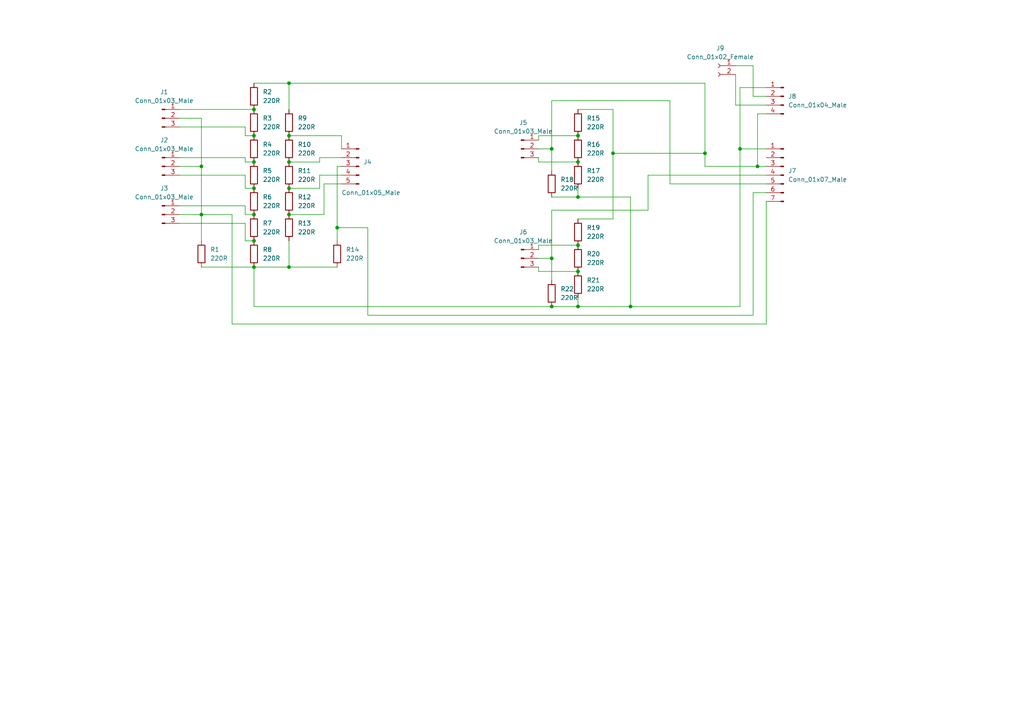
<source format=kicad_sch>
(kicad_sch (version 20211123) (generator eeschema)
  (paper "A4")
  (lib_symbols
    (symbol "Connector:Conn_01x02_Female" (pin_names (offset 1.016) hide)
      (property "Reference" "J" (at 0 2.54 0))
      (property "Value" "Conn_01x02_Female" (at 0 -5.08 0))
      (symbol "Conn_01x02_Female_1_1"
        (arc (start 0 -2.032) (mid -0.508 -2.54) (end 0 -3.048) (stroke (width 0.1524)))
        (polyline (pts (xy -1.27 -2.54) (xy -0.508 -2.54)) (stroke (width 0.1524)))
        (polyline (pts (xy -1.27 0) (xy -0.508 0)) (stroke (width 0.1524)))
        (arc (start 0 0.508) (mid -0.508 0) (end 0 -0.508) (stroke (width 0.1524)))
        (pin passive line (at -5.08 0 0) (length 3.81) (name "Pin_1") (number "1"))
        (pin passive line (at -5.08 -2.54 0) (length 3.81) (name "Pin_2") (number "2"))
      )
    )
    (symbol "Connector:Conn_01x03_Male" (pin_names (offset 1.016) hide)
      (property "Reference" "J" (at 0 5.08 0))
      (property "Value" "Conn_01x03_Male" (at 0 -5.08 0))
      (symbol "Conn_01x03_Male_1_1"
        (polyline (pts (xy 1.27 -2.54) (xy 0.8636 -2.54)) (stroke (width 0.1524)))
        (polyline (pts (xy 1.27 0) (xy 0.8636 0)) (stroke (width 0.1524)))
        (polyline (pts (xy 1.27 2.54) (xy 0.8636 2.54)) (stroke (width 0.1524)))
        (rectangle (start 0.8636 -2.413) (end 0 -2.667) (stroke (width 0.1524)) (fill (type outline)))
        (rectangle (start 0.8636 0.127) (end 0 -0.127) (stroke (width 0.1524)) (fill (type outline)))
        (rectangle (start 0.8636 2.667) (end 0 2.413) (stroke (width 0.1524)) (fill (type outline)))
        (pin passive line (at 5.08 2.54 180) (length 3.81) (name "Pin_1") (number "1"))
        (pin passive line (at 5.08 0 180) (length 3.81) (name "Pin_2") (number "2"))
        (pin passive line (at 5.08 -2.54 180) (length 3.81) (name "Pin_3") (number "3"))
      )
    )
    (symbol "Connector:Conn_01x04_Male" (pin_names (offset 1.016) hide)
      (property "Reference" "J" (at 0 5.08 0))
      (property "Value" "Conn_01x04_Male" (at 0 -7.62 0))
      (symbol "Conn_01x04_Male_1_1"
        (polyline (pts (xy 1.27 -5.08) (xy 0.8636 -5.08)) (stroke (width 0.1524)))
        (polyline (pts (xy 1.27 -2.54) (xy 0.8636 -2.54)) (stroke (width 0.1524)))
        (polyline (pts (xy 1.27 0) (xy 0.8636 0)) (stroke (width 0.1524)))
        (polyline (pts (xy 1.27 2.54) (xy 0.8636 2.54)) (stroke (width 0.1524)))
        (rectangle (start 0.8636 -4.953) (end 0 -5.207) (stroke (width 0.1524)) (fill (type outline)))
        (rectangle (start 0.8636 -2.413) (end 0 -2.667) (stroke (width 0.1524)) (fill (type outline)))
        (rectangle (start 0.8636 0.127) (end 0 -0.127) (stroke (width 0.1524)) (fill (type outline)))
        (rectangle (start 0.8636 2.667) (end 0 2.413) (stroke (width 0.1524)) (fill (type outline)))
        (pin passive line (at 5.08 2.54 180) (length 3.81) (name "Pin_1") (number "1"))
        (pin passive line (at 5.08 0 180) (length 3.81) (name "Pin_2") (number "2"))
        (pin passive line (at 5.08 -2.54 180) (length 3.81) (name "Pin_3") (number "3"))
        (pin passive line (at 5.08 -5.08 180) (length 3.81) (name "Pin_4") (number "4"))
      )
    )
    (symbol "Connector:Conn_01x05_Male" (pin_names (offset 1.016) hide)
      (property "Reference" "J" (at 0 7.62 0))
      (property "Value" "Conn_01x05_Male" (at 0 -7.62 0))
      (symbol "Conn_01x05_Male_1_1"
        (polyline (pts (xy 1.27 -5.08) (xy 0.8636 -5.08)) (stroke (width 0.1524)))
        (polyline (pts (xy 1.27 -2.54) (xy 0.8636 -2.54)) (stroke (width 0.1524)))
        (polyline (pts (xy 1.27 0) (xy 0.8636 0)) (stroke (width 0.1524)))
        (polyline (pts (xy 1.27 2.54) (xy 0.8636 2.54)) (stroke (width 0.1524)))
        (polyline (pts (xy 1.27 5.08) (xy 0.8636 5.08)) (stroke (width 0.1524)))
        (rectangle (start 0.8636 -4.953) (end 0 -5.207) (stroke (width 0.1524)) (fill (type outline)))
        (rectangle (start 0.8636 -2.413) (end 0 -2.667) (stroke (width 0.1524)) (fill (type outline)))
        (rectangle (start 0.8636 0.127) (end 0 -0.127) (stroke (width 0.1524)) (fill (type outline)))
        (rectangle (start 0.8636 2.667) (end 0 2.413) (stroke (width 0.1524)) (fill (type outline)))
        (rectangle (start 0.8636 5.207) (end 0 4.953) (stroke (width 0.1524)) (fill (type outline)))
        (pin passive line (at 5.08 5.08 180) (length 3.81) (name "Pin_1") (number "1"))
        (pin passive line (at 5.08 2.54 180) (length 3.81) (name "Pin_2") (number "2"))
        (pin passive line (at 5.08 0 180) (length 3.81) (name "Pin_3") (number "3"))
        (pin passive line (at 5.08 -2.54 180) (length 3.81) (name "Pin_4") (number "4"))
        (pin passive line (at 5.08 -5.08 180) (length 3.81) (name "Pin_5") (number "5"))
      )
    )
    (symbol "Connector:Conn_01x07_Male" (pin_names (offset 1.016) hide)
      (property "Reference" "J" (at 0 10.16 0))
      (property "Value" "Conn_01x07_Male" (at 0 -10.16 0))
      (symbol "Conn_01x07_Male_1_1"
        (polyline (pts (xy 1.27 -7.62) (xy 0.8636 -7.62)) (stroke (width 0.1524)))
        (polyline (pts (xy 1.27 -5.08) (xy 0.8636 -5.08)) (stroke (width 0.1524)))
        (polyline (pts (xy 1.27 -2.54) (xy 0.8636 -2.54)) (stroke (width 0.1524)))
        (polyline (pts (xy 1.27 0) (xy 0.8636 0)) (stroke (width 0.1524)))
        (polyline (pts (xy 1.27 2.54) (xy 0.8636 2.54)) (stroke (width 0.1524)))
        (polyline (pts (xy 1.27 5.08) (xy 0.8636 5.08)) (stroke (width 0.1524)))
        (polyline (pts (xy 1.27 7.62) (xy 0.8636 7.62)) (stroke (width 0.1524)))
        (rectangle (start 0.8636 -7.493) (end 0 -7.747) (stroke (width 0.1524)) (fill (type outline)))
        (rectangle (start 0.8636 -4.953) (end 0 -5.207) (stroke (width 0.1524)) (fill (type outline)))
        (rectangle (start 0.8636 -2.413) (end 0 -2.667) (stroke (width 0.1524)) (fill (type outline)))
        (rectangle (start 0.8636 0.127) (end 0 -0.127) (stroke (width 0.1524)) (fill (type outline)))
        (rectangle (start 0.8636 2.667) (end 0 2.413) (stroke (width 0.1524)) (fill (type outline)))
        (rectangle (start 0.8636 5.207) (end 0 4.953) (stroke (width 0.1524)) (fill (type outline)))
        (rectangle (start 0.8636 7.747) (end 0 7.493) (stroke (width 0.1524)) (fill (type outline)))
        (pin passive line (at 5.08 7.62 180) (length 3.81) (name "Pin_1") (number "1"))
        (pin passive line (at 5.08 5.08 180) (length 3.81) (name "Pin_2") (number "2"))
        (pin passive line (at 5.08 2.54 180) (length 3.81) (name "Pin_3") (number "3"))
        (pin passive line (at 5.08 0 180) (length 3.81) (name "Pin_4") (number "4"))
        (pin passive line (at 5.08 -2.54 180) (length 3.81) (name "Pin_5") (number "5"))
        (pin passive line (at 5.08 -5.08 180) (length 3.81) (name "Pin_6") (number "6"))
        (pin passive line (at 5.08 -7.62 180) (length 3.81) (name "Pin_7") (number "7"))
      )
    )
    (symbol "Device:R" (pin_numbers hide) (pin_names (offset 0))
      (property "Reference" "R" (at 2.032 0 90))
      (property "Value" "R" (at 0 0 90))
      (symbol "R_0_1"
        (rectangle (start -1.016 -2.54) (end 1.016 2.54) (stroke (width 0.254)))
      )
      (symbol "R_1_1"
        (pin passive line (at 0 3.81 270) (length 1.27) (name "~") (number "1"))
        (pin passive line (at 0 -3.81 90) (length 1.27) (name "~") (number "2"))
      )
    )
  )
  (junction (at 73.66 54.61))
  (junction (at 160.02 43.18))
  (junction (at 73.66 77.47))
  (junction (at 204.47 44.45))
  (junction (at 167.64 57.15))
  (junction (at 83.82 54.61))
  (junction (at 160.02 74.93))
  (junction (at 167.64 71.12))
  (junction (at 160.02 88.9))
  (junction (at 83.82 39.37))
  (junction (at 182.88 88.9))
  (junction (at 73.66 69.85))
  (junction (at 73.66 39.37))
  (junction (at 73.66 46.99))
  (junction (at 167.64 46.99))
  (junction (at 83.82 62.23))
  (junction (at 58.42 62.23))
  (junction (at 58.42 48.26))
  (junction (at 167.64 39.37))
  (junction (at 73.66 31.75))
  (junction (at 219.71 48.26))
  (junction (at 177.8 44.45))
  (junction (at 167.64 88.9))
  (junction (at 97.79 66.04))
  (junction (at 83.82 77.47))
  (junction (at 83.82 46.99))
  (junction (at 167.64 78.74))
  (junction (at 214.63 43.18))
  (junction (at 83.82 24.13))
  (junction (at 73.66 62.23))
  (wire (pts (xy 73.66 88.9) (xy 160.02 88.9)))
  (wire (pts (xy 71.12 69.85) (xy 73.66 69.85)))
  (wire (pts (xy 71.12 36.83) (xy 71.12 39.37)))
  (wire (pts (xy 187.96 60.96) (xy 160.02 60.96)))
  (wire (pts (xy 52.07 48.26) (xy 58.42 48.26)))
  (wire (pts (xy 194.31 53.34) (xy 222.25 53.34)))
  (wire (pts (xy 106.68 66.04) (xy 106.68 91.44)))
  (wire (pts (xy 222.25 55.88) (xy 218.44 55.88)))
  (wire (pts (xy 156.21 71.12) (xy 156.21 72.39)))
  (wire (pts (xy 167.64 86.36) (xy 167.64 88.9)))
  (wire (pts (xy 83.82 39.37) (xy 99.06 39.37)))
  (wire (pts (xy 177.8 44.45) (xy 204.47 44.45)))
  (wire (pts (xy 106.68 91.44) (xy 218.44 91.44)))
  (wire (pts (xy 92.71 54.61) (xy 92.71 50.8)))
  (wire (pts (xy 218.44 55.88) (xy 218.44 91.44)))
  (wire (pts (xy 93.98 53.34) (xy 99.06 53.34)))
  (wire (pts (xy 83.82 77.47) (xy 97.79 77.47)))
  (wire (pts (xy 52.07 36.83) (xy 71.12 36.83)))
  (wire (pts (xy 71.12 64.77) (xy 71.12 69.85)))
  (wire (pts (xy 92.71 45.72) (xy 99.06 45.72)))
  (wire (pts (xy 52.07 34.29) (xy 58.42 34.29)))
  (wire (pts (xy 167.64 63.5) (xy 177.8 63.5)))
  (wire (pts (xy 213.36 30.48) (xy 222.25 30.48)))
  (wire (pts (xy 182.88 57.15) (xy 182.88 88.9)))
  (wire (pts (xy 58.42 34.29) (xy 58.42 48.26)))
  (wire (pts (xy 218.44 19.05) (xy 218.44 27.94)))
  (wire (pts (xy 160.02 60.96) (xy 160.02 74.93)))
  (wire (pts (xy 214.63 43.18) (xy 214.63 88.9)))
  (wire (pts (xy 160.02 74.93) (xy 160.02 81.28)))
  (wire (pts (xy 214.63 25.4) (xy 222.25 25.4)))
  (wire (pts (xy 93.98 62.23) (xy 93.98 53.34)))
  (wire (pts (xy 83.82 46.99) (xy 92.71 46.99)))
  (wire (pts (xy 204.47 44.45) (xy 204.47 48.26)))
  (wire (pts (xy 71.12 45.72) (xy 71.12 46.99)))
  (wire (pts (xy 156.21 46.99) (xy 156.21 45.72)))
  (wire (pts (xy 52.07 59.69) (xy 71.12 59.69)))
  (wire (pts (xy 71.12 50.8) (xy 71.12 54.61)))
  (wire (pts (xy 160.02 57.15) (xy 167.64 57.15)))
  (wire (pts (xy 204.47 48.26) (xy 219.71 48.26)))
  (wire (pts (xy 52.07 45.72) (xy 71.12 45.72)))
  (wire (pts (xy 71.12 39.37) (xy 73.66 39.37)))
  (wire (pts (xy 52.07 62.23) (xy 58.42 62.23)))
  (wire (pts (xy 83.82 24.13) (xy 204.47 24.13)))
  (wire (pts (xy 97.79 48.26) (xy 99.06 48.26)))
  (wire (pts (xy 73.66 24.13) (xy 83.82 24.13)))
  (wire (pts (xy 160.02 29.21) (xy 160.02 43.18)))
  (wire (pts (xy 156.21 39.37) (xy 156.21 40.64)))
  (wire (pts (xy 160.02 43.18) (xy 160.02 49.53)))
  (wire (pts (xy 97.79 66.04) (xy 106.68 66.04)))
  (wire (pts (xy 167.64 31.75) (xy 177.8 31.75)))
  (wire (pts (xy 194.31 53.34) (xy 194.31 29.21)))
  (wire (pts (xy 213.36 19.05) (xy 218.44 19.05)))
  (wire (pts (xy 156.21 74.93) (xy 160.02 74.93)))
  (wire (pts (xy 222.25 33.02) (xy 219.71 33.02)))
  (wire (pts (xy 58.42 77.47) (xy 73.66 77.47)))
  (wire (pts (xy 204.47 24.13) (xy 204.47 44.45)))
  (wire (pts (xy 167.64 71.12) (xy 156.21 71.12)))
  (wire (pts (xy 167.64 78.74) (xy 156.21 78.74)))
  (wire (pts (xy 167.64 54.61) (xy 167.64 57.15)))
  (wire (pts (xy 58.42 62.23) (xy 58.42 69.85)))
  (wire (pts (xy 218.44 27.94) (xy 222.25 27.94)))
  (wire (pts (xy 219.71 33.02) (xy 219.71 48.26)))
  (wire (pts (xy 156.21 78.74) (xy 156.21 77.47)))
  (wire (pts (xy 99.06 39.37) (xy 99.06 43.18)))
  (wire (pts (xy 71.12 59.69) (xy 71.12 62.23)))
  (wire (pts (xy 167.64 46.99) (xy 156.21 46.99)))
  (wire (pts (xy 160.02 88.9) (xy 167.64 88.9)))
  (wire (pts (xy 71.12 46.99) (xy 73.66 46.99)))
  (wire (pts (xy 83.82 69.85) (xy 83.82 77.47)))
  (wire (pts (xy 167.64 88.9) (xy 182.88 88.9)))
  (wire (pts (xy 187.96 50.8) (xy 222.25 50.8)))
  (wire (pts (xy 177.8 44.45) (xy 177.8 63.5)))
  (wire (pts (xy 73.66 77.47) (xy 83.82 77.47)))
  (wire (pts (xy 67.31 93.98) (xy 222.25 93.98)))
  (wire (pts (xy 97.79 69.85) (xy 97.79 66.04)))
  (wire (pts (xy 156.21 43.18) (xy 160.02 43.18)))
  (wire (pts (xy 219.71 48.26) (xy 222.25 48.26)))
  (wire (pts (xy 52.07 31.75) (xy 73.66 31.75)))
  (wire (pts (xy 92.71 50.8) (xy 99.06 50.8)))
  (wire (pts (xy 73.66 77.47) (xy 73.66 88.9)))
  (wire (pts (xy 58.42 48.26) (xy 58.42 62.23)))
  (wire (pts (xy 67.31 62.23) (xy 67.31 93.98)))
  (wire (pts (xy 71.12 54.61) (xy 73.66 54.61)))
  (wire (pts (xy 92.71 46.99) (xy 92.71 45.72)))
  (wire (pts (xy 97.79 66.04) (xy 97.79 48.26)))
  (wire (pts (xy 58.42 62.23) (xy 67.31 62.23)))
  (wire (pts (xy 187.96 50.8) (xy 187.96 60.96)))
  (wire (pts (xy 167.64 57.15) (xy 182.88 57.15)))
  (wire (pts (xy 222.25 58.42) (xy 222.25 93.98)))
  (wire (pts (xy 52.07 50.8) (xy 71.12 50.8)))
  (wire (pts (xy 83.82 62.23) (xy 93.98 62.23)))
  (wire (pts (xy 71.12 62.23) (xy 73.66 62.23)))
  (wire (pts (xy 177.8 31.75) (xy 177.8 44.45)))
  (wire (pts (xy 167.64 39.37) (xy 156.21 39.37)))
  (wire (pts (xy 214.63 43.18) (xy 214.63 25.4)))
  (wire (pts (xy 83.82 54.61) (xy 92.71 54.61)))
  (wire (pts (xy 194.31 29.21) (xy 160.02 29.21)))
  (wire (pts (xy 83.82 24.13) (xy 83.82 31.75)))
  (wire (pts (xy 214.63 88.9) (xy 182.88 88.9)))
  (wire (pts (xy 214.63 43.18) (xy 222.25 43.18)))
  (wire (pts (xy 52.07 64.77) (xy 71.12 64.77)))
  (wire (pts (xy 213.36 21.59) (xy 213.36 30.48)))
  (symbol (lib_id "Device:R") (at 73.66 27.94 0) (unit 1)
    (property "Reference" "R2" (at 76.2 26.6699 0) (effects (justify left)))
    (property "Value" "220R" (at 76.2 29.2099 0) (effects (justify left)))
    (property "Footprint" "Resistor_SMD:R_1206_3216Metric" (effects hide))
  )
  (symbol (lib_id "Device:R") (at 73.66 66.04 0) (unit 1)
    (property "Reference" "R7" (at 76.2 64.7699 0) (effects (justify left)))
    (property "Value" "220R" (at 76.2 67.3099 0) (effects (justify left)))
    (property "Footprint" "Resistor_SMD:R_1206_3216Metric" (effects hide))
  )
  (symbol (lib_id "Connector:Conn_01x07_Male") (at 227.33 50.8 0) (mirror y) (unit 1)
    (property "Reference" "J7" (at 228.6 49.5299 0) (effects (justify right)))
    (property "Value" "Conn_01x07_Male" (at 228.6 52.0699 0) (effects (justify right)))
    (property "Footprint" "Connector_PinHeader_2.54mm:PinHeader_1x07_P2.54mm_Vertical" (effects hide))
  )
  (symbol (lib_id "Connector:Conn_01x04_Male") (at 227.33 27.94 0) (mirror y) (unit 1)
    (property "Reference" "J8" (at 228.6 27.9399 0) (effects (justify right)))
    (property "Value" "Conn_01x04_Male" (at 228.6 30.4799 0) (effects (justify right)))
    (property "Footprint" "Connector_PinHeader_2.54mm:PinHeader_1x04_P2.54mm_Horizontal" (effects hide))
  )
  (symbol (lib_id "Device:R") (at 83.82 66.04 0) (unit 1)
    (property "Reference" "R13" (at 86.36 64.7699 0) (effects (justify left)))
    (property "Value" "220R" (at 86.36 67.3099 0) (effects (justify left)))
    (property "Footprint" "Resistor_SMD:R_1206_3216Metric" (effects hide))
  )
  (symbol (lib_id "Device:R") (at 73.66 35.56 0) (unit 1)
    (property "Reference" "R3" (at 76.2 34.2899 0) (effects (justify left)))
    (property "Value" "220R" (at 76.2 36.8299 0) (effects (justify left)))
    (property "Footprint" "Resistor_SMD:R_1206_3216Metric" (effects hide))
  )
  (symbol (lib_id "Connector:Conn_01x03_Male") (at 46.99 62.23 0) (unit 1)
    (property "Reference" "J3" (at 47.625 54.61 0))
    (property "Value" "Conn_01x03_Male" (at 47.625 57.15 0))
    (property "Footprint" "Connector_JST:JST_XH_B3B-XH-A_1x03_P2.50mm_Vertical" (effects hide))
  )
  (symbol (lib_id "Connector:Conn_01x03_Male") (at 46.99 48.26 0) (unit 1)
    (property "Reference" "J2" (at 47.625 40.64 0))
    (property "Value" "Conn_01x03_Male" (at 47.625 43.18 0))
    (property "Footprint" "Connector_JST:JST_XH_B3B-XH-A_1x03_P2.50mm_Vertical" (effects hide))
  )
  (symbol (lib_id "Connector:Conn_01x03_Male") (at 151.13 43.18 0) (unit 1)
    (property "Reference" "J5" (at 151.765 35.56 0))
    (property "Value" "Conn_01x03_Male" (at 151.765 38.1 0))
    (property "Footprint" "Connector_JST:JST_XH_B3B-XH-A_1x03_P2.50mm_Vertical" (effects hide))
  )
  (symbol (lib_id "Device:R") (at 73.66 43.18 0) (unit 1)
    (property "Reference" "R4" (at 76.2 41.9099 0) (effects (justify left)))
    (property "Value" "220R" (at 76.2 44.4499 0) (effects (justify left)))
    (property "Footprint" "Resistor_SMD:R_1206_3216Metric" (effects hide))
  )
  (symbol (lib_id "Device:R") (at 167.64 35.56 0) (unit 1)
    (property "Reference" "R15" (at 170.18 34.2899 0) (effects (justify left)))
    (property "Value" "220R" (at 170.18 36.8299 0) (effects (justify left)))
    (property "Footprint" "Resistor_SMD:R_1206_3216Metric" (effects hide))
  )
  (symbol (lib_id "Device:R") (at 58.42 73.66 0) (unit 1)
    (property "Reference" "R1" (at 60.96 72.3899 0) (effects (justify left)))
    (property "Value" "220R" (at 60.96 74.9299 0) (effects (justify left)))
    (property "Footprint" "Resistor_SMD:R_1206_3216Metric" (effects hide))
  )
  (symbol (lib_id "Device:R") (at 167.64 67.31 0) (unit 1)
    (property "Reference" "R19" (at 170.18 66.0399 0) (effects (justify left)))
    (property "Value" "220R" (at 170.18 68.5799 0) (effects (justify left)))
    (property "Footprint" "Resistor_SMD:R_1206_3216Metric" (effects hide))
  )
  (symbol (lib_id "Device:R") (at 160.02 85.09 0) (unit 1)
    (property "Reference" "R22" (at 162.56 83.8199 0) (effects (justify left)))
    (property "Value" "220R" (at 162.56 86.3599 0) (effects (justify left)))
    (property "Footprint" "Resistor_SMD:R_1206_3216Metric" (effects hide))
  )
  (symbol (lib_id "Device:R") (at 97.79 73.66 0) (unit 1)
    (property "Reference" "R14" (at 100.33 72.3899 0) (effects (justify left)))
    (property "Value" "220R" (at 100.33 74.9299 0) (effects (justify left)))
    (property "Footprint" "Resistor_SMD:R_1206_3216Metric" (effects hide))
  )
  (symbol (lib_id "Device:R") (at 83.82 35.56 0) (unit 1)
    (property "Reference" "R9" (at 86.36 34.2899 0) (effects (justify left)))
    (property "Value" "220R" (at 86.36 36.8299 0) (effects (justify left)))
    (property "Footprint" "Resistor_SMD:R_1206_3216Metric" (effects hide))
  )
  (symbol (lib_id "Connector:Conn_01x05_Male") (at 104.14 48.26 0) (mirror y) (unit 1)
    (property "Reference" "J4" (at 105.41 46.9899 0) (effects (justify right)))
    (property "Value" "Conn_01x05_Male" (at 99.06 55.88 0) (effects (justify right)))
    (property "Footprint" "Connector_JST:JST_XH_B5B-XH-A_1x05_P2.50mm_Vertical" (effects hide))
  )
  (symbol (lib_id "Device:R") (at 167.64 50.8 0) (unit 1)
    (property "Reference" "R17" (at 170.18 49.5299 0) (effects (justify left)))
    (property "Value" "220R" (at 170.18 52.0699 0) (effects (justify left)))
    (property "Footprint" "Resistor_SMD:R_1206_3216Metric" (effects hide))
  )
  (symbol (lib_id "Device:R") (at 167.64 74.93 0) (unit 1)
    (property "Reference" "R20" (at 170.18 73.6599 0) (effects (justify left)))
    (property "Value" "220R" (at 170.18 76.1999 0) (effects (justify left)))
    (property "Footprint" "Resistor_SMD:R_1206_3216Metric" (effects hide))
  )
  (symbol (lib_id "Device:R") (at 167.64 43.18 0) (unit 1)
    (property "Reference" "R16" (at 170.18 41.9099 0) (effects (justify left)))
    (property "Value" "220R" (at 170.18 44.4499 0) (effects (justify left)))
    (property "Footprint" "Resistor_SMD:R_1206_3216Metric" (effects hide))
  )
  (symbol (lib_id "Device:R") (at 83.82 58.42 0) (unit 1)
    (property "Reference" "R12" (at 86.36 57.1499 0) (effects (justify left)))
    (property "Value" "220R" (at 86.36 59.6899 0) (effects (justify left)))
    (property "Footprint" "Resistor_SMD:R_1206_3216Metric" (effects hide))
  )
  (symbol (lib_id "Connector:Conn_01x03_Male") (at 151.13 74.93 0) (unit 1)
    (property "Reference" "J6" (at 151.765 67.31 0))
    (property "Value" "Conn_01x03_Male" (at 151.765 69.85 0))
    (property "Footprint" "Connector_JST:JST_XH_B3B-XH-A_1x03_P2.50mm_Vertical" (effects hide))
  )
  (symbol (lib_id "Device:R") (at 73.66 58.42 0) (unit 1)
    (property "Reference" "R6" (at 76.2 57.1499 0) (effects (justify left)))
    (property "Value" "220R" (at 76.2 59.6899 0) (effects (justify left)))
    (property "Footprint" "Resistor_SMD:R_1206_3216Metric" (effects hide))
  )
  (symbol (lib_id "Device:R") (at 167.64 82.55 0) (unit 1)
    (property "Reference" "R21" (at 170.18 81.2799 0) (effects (justify left)))
    (property "Value" "220R" (at 170.18 83.8199 0) (effects (justify left)))
    (property "Footprint" "Resistor_SMD:R_1206_3216Metric" (effects hide))
  )
  (symbol (lib_id "Connector:Conn_01x03_Male") (at 46.99 34.29 0) (unit 1)
    (property "Reference" "J1" (at 47.625 26.67 0))
    (property "Value" "Conn_01x03_Male" (at 47.625 29.21 0))
    (property "Footprint" "Connector_JST:JST_XH_B3B-XH-A_1x03_P2.50mm_Vertical" (effects hide))
  )
  (symbol (lib_id "Device:R") (at 73.66 50.8 0) (unit 1)
    (property "Reference" "R5" (at 76.2 49.5299 0) (effects (justify left)))
    (property "Value" "220R" (at 76.2 52.0699 0) (effects (justify left)))
    (property "Footprint" "Resistor_SMD:R_1206_3216Metric" (effects hide))
  )
  (symbol (lib_id "Connector:Conn_01x02_Female") (at 208.28 19.05 0) (mirror y) (unit 1)
    (property "Reference" "J9" (at 208.915 13.97 0))
    (property "Value" "Conn_01x02_Female" (at 208.915 16.51 0))
    (property "Footprint" "Connector_PinSocket_2.54mm:PinSocket_1x02_P2.54mm_Vertical" (effects hide))
  )
  (symbol (lib_id "Device:R") (at 83.82 50.8 0) (unit 1)
    (property "Reference" "R11" (at 86.36 49.5299 0) (effects (justify left)))
    (property "Value" "220R" (at 86.36 52.0699 0) (effects (justify left)))
    (property "Footprint" "Resistor_SMD:R_1206_3216Metric" (effects hide))
  )
  (symbol (lib_id "Device:R") (at 73.66 73.66 0) (unit 1)
    (property "Reference" "R8" (at 76.2 72.3899 0) (effects (justify left)))
    (property "Value" "220R" (at 76.2 74.9299 0) (effects (justify left)))
    (property "Footprint" "Resistor_SMD:R_1206_3216Metric" (effects hide))
  )
  (symbol (lib_id "Device:R") (at 83.82 43.18 0) (unit 1)
    (property "Reference" "R10" (at 86.36 41.9099 0) (effects (justify left)))
    (property "Value" "220R" (at 86.36 44.4499 0) (effects (justify left)))
    (property "Footprint" "Resistor_SMD:R_1206_3216Metric" (effects hide))
  )
  (symbol (lib_id "Device:R") (at 160.02 53.34 0) (unit 1)
    (property "Reference" "R18" (at 162.56 52.0699 0) (effects (justify left)))
    (property "Value" "220R" (at 162.56 54.6099 0) (effects (justify left)))
    (property "Footprint" "Resistor_SMD:R_1206_3216Metric" (effects hide))
  )
)
</source>
